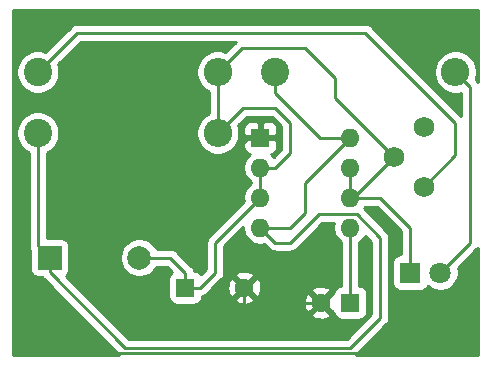
<source format=gbl>
G04 #@! TF.GenerationSoftware,KiCad,Pcbnew,5.1.5+dfsg1-2build2*
G04 #@! TF.CreationDate,2021-07-21T17:56:19+05:30*
G04 #@! TF.ProjectId,tank_full_indicator,74616e6b-5f66-4756-9c6c-5f696e646963,rev?*
G04 #@! TF.SameCoordinates,Original*
G04 #@! TF.FileFunction,Copper,L2,Bot*
G04 #@! TF.FilePolarity,Positive*
%FSLAX46Y46*%
G04 Gerber Fmt 4.6, Leading zero omitted, Abs format (unit mm)*
G04 Created by KiCad (PCBNEW 5.1.5+dfsg1-2build2) date 2021-07-21 17:56:19*
%MOMM*%
%LPD*%
G04 APERTURE LIST*
%ADD10R,1.800000X1.800000*%
%ADD11C,1.800000*%
%ADD12R,1.600000X1.600000*%
%ADD13O,1.600000X1.600000*%
%ADD14R,2.000000X2.000000*%
%ADD15C,2.000000*%
%ADD16C,1.600000*%
%ADD17C,2.400000*%
%ADD18O,2.400000X2.400000*%
%ADD19C,1.750000*%
%ADD20C,0.250000*%
%ADD21C,0.254000*%
G04 APERTURE END LIST*
D10*
X162560000Y-101600000D03*
D11*
X165100000Y-101600000D03*
D12*
X149860000Y-90170000D03*
D13*
X157480000Y-97790000D03*
X149860000Y-92710000D03*
X157480000Y-95250000D03*
X149860000Y-95250000D03*
X157480000Y-92710000D03*
X149860000Y-97790000D03*
X157480000Y-90170000D03*
D14*
X132015001Y-100330000D03*
D15*
X139615001Y-100330000D03*
D12*
X157480000Y-104140000D03*
D16*
X154980000Y-104140000D03*
D12*
X143510000Y-102870000D03*
D16*
X148510000Y-102870000D03*
D17*
X131015001Y-84625001D03*
D18*
X146255001Y-84625001D03*
X146255001Y-89775001D03*
D17*
X131015001Y-89775001D03*
X151130000Y-84625001D03*
D18*
X166370000Y-84625001D03*
D19*
X163705001Y-89245001D03*
X161165001Y-91785001D03*
X163705001Y-94325001D03*
D15*
X130810000Y-81280000D03*
X166370000Y-106680000D03*
D20*
X151130000Y-84625001D02*
X151130000Y-86360000D01*
X154940000Y-90170000D02*
X157480000Y-90170000D01*
X151130000Y-86360000D02*
X154940000Y-90170000D01*
X157480000Y-90170000D02*
X156210000Y-90170000D01*
X131015001Y-99330000D02*
X132015001Y-100330000D01*
X131015001Y-89775001D02*
X131015001Y-99330000D01*
X157480000Y-90170000D02*
X153670000Y-93980000D01*
X153670000Y-93980000D02*
X153670000Y-96520000D01*
X152400000Y-97790000D02*
X149860000Y-97790000D01*
X153670000Y-96520000D02*
X152400000Y-97790000D01*
X158020001Y-96664999D02*
X154795001Y-96664999D01*
X160020000Y-98664998D02*
X158020001Y-96664999D01*
X160020000Y-105410000D02*
X160020000Y-98664998D01*
X152400000Y-99060000D02*
X151130000Y-99060000D01*
X157480000Y-107950000D02*
X160020000Y-105410000D01*
X151130000Y-99060000D02*
X149860000Y-97790000D01*
X154795001Y-96664999D02*
X152400000Y-99060000D01*
X138385001Y-107950000D02*
X157480000Y-107950000D01*
X132015001Y-101580000D02*
X138385001Y-107950000D01*
X132015001Y-100330000D02*
X132015001Y-101580000D01*
X139615001Y-100330000D02*
X142240000Y-100330000D01*
X143510000Y-101600000D02*
X143510000Y-102870000D01*
X142240000Y-100330000D02*
X143510000Y-101600000D01*
X157480000Y-95250000D02*
X160020000Y-95250000D01*
X162560000Y-97790000D02*
X162560000Y-101600000D01*
X160020000Y-95250000D02*
X162560000Y-97790000D01*
X149860000Y-92710000D02*
X149860000Y-95250000D01*
X146255001Y-86322057D02*
X146255001Y-89775001D01*
X146255001Y-84625001D02*
X146255001Y-86322057D01*
X157480000Y-92710000D02*
X157480000Y-95250000D01*
X161165001Y-91785001D02*
X156210000Y-86830000D01*
X156210000Y-86830000D02*
X156210000Y-85090000D01*
X156210000Y-85090000D02*
X153670000Y-82550000D01*
X148330002Y-82550000D02*
X146255001Y-84625001D01*
X153670000Y-82550000D02*
X148330002Y-82550000D01*
X149860000Y-92710000D02*
X151130000Y-92710000D01*
X151130000Y-92710000D02*
X152400000Y-91440000D01*
X152400000Y-91440000D02*
X152400000Y-88900000D01*
X152400000Y-88900000D02*
X151130000Y-87630000D01*
X148400002Y-87630000D02*
X146255001Y-89775001D01*
X151130000Y-87630000D02*
X148400002Y-87630000D01*
X149860000Y-95250000D02*
X146050000Y-99060000D01*
X146050000Y-99060000D02*
X146050000Y-101600000D01*
X144780000Y-102870000D02*
X143510000Y-102870000D01*
X146050000Y-101600000D02*
X144780000Y-102870000D01*
X157700002Y-95250000D02*
X157480000Y-95250000D01*
X161165001Y-91785001D02*
X157700002Y-95250000D01*
X157480000Y-97790000D02*
X157480000Y-104140000D01*
X149780000Y-104140000D02*
X148510000Y-102870000D01*
X154980000Y-104140000D02*
X149780000Y-104140000D01*
X148510000Y-104220000D02*
X148510000Y-102870000D01*
X146050000Y-106680000D02*
X148510000Y-104220000D01*
X139700000Y-106680000D02*
X146050000Y-106680000D01*
X134620000Y-101600000D02*
X139700000Y-106680000D01*
X134620000Y-99060000D02*
X134620000Y-101600000D01*
X141190000Y-97790000D02*
X135890000Y-97790000D01*
X135890000Y-97790000D02*
X134620000Y-99060000D01*
X148810000Y-90170000D02*
X141190000Y-97790000D01*
X149860000Y-90170000D02*
X148810000Y-90170000D01*
X164649990Y-108400010D02*
X137610010Y-108400010D01*
X166370000Y-106680000D02*
X164649990Y-108400010D01*
X137610010Y-108400010D02*
X137160000Y-107950000D01*
X137160000Y-107950000D02*
X135890000Y-107950000D01*
X167640000Y-85895001D02*
X166370000Y-84625001D01*
X167640000Y-99060000D02*
X167640000Y-85895001D01*
X165100000Y-101600000D02*
X167640000Y-99060000D01*
X134360002Y-81280000D02*
X131015001Y-84625001D01*
X166370000Y-88900000D02*
X158750000Y-81280000D01*
X166370000Y-91660002D02*
X166370000Y-88900000D01*
X158750000Y-81280000D02*
X134360002Y-81280000D01*
X163705001Y-94325001D02*
X166370000Y-91660002D01*
D21*
G36*
X161800000Y-98104803D02*
G01*
X161800001Y-100061928D01*
X161660000Y-100061928D01*
X161535518Y-100074188D01*
X161415820Y-100110498D01*
X161305506Y-100169463D01*
X161208815Y-100248815D01*
X161129463Y-100345506D01*
X161070498Y-100455820D01*
X161034188Y-100575518D01*
X161021928Y-100700000D01*
X161021928Y-102500000D01*
X161034188Y-102624482D01*
X161070498Y-102744180D01*
X161129463Y-102854494D01*
X161208815Y-102951185D01*
X161305506Y-103030537D01*
X161415820Y-103089502D01*
X161535518Y-103125812D01*
X161660000Y-103138072D01*
X163460000Y-103138072D01*
X163584482Y-103125812D01*
X163704180Y-103089502D01*
X163814494Y-103030537D01*
X163911185Y-102951185D01*
X163990537Y-102854494D01*
X164049502Y-102744180D01*
X164055056Y-102725873D01*
X164121495Y-102792312D01*
X164372905Y-102960299D01*
X164652257Y-103076011D01*
X164948816Y-103135000D01*
X165251184Y-103135000D01*
X165547743Y-103076011D01*
X165827095Y-102960299D01*
X166078505Y-102792312D01*
X166292312Y-102578505D01*
X166460299Y-102327095D01*
X166576011Y-102047743D01*
X166635000Y-101751184D01*
X166635000Y-101448816D01*
X166583731Y-101191070D01*
X168151009Y-99623794D01*
X168180001Y-99600001D01*
X168203795Y-99571008D01*
X168203799Y-99571004D01*
X168250000Y-99514707D01*
X168250000Y-108560000D01*
X157934707Y-108560000D01*
X158020001Y-108490001D01*
X158043804Y-108460997D01*
X160531009Y-105973794D01*
X160560001Y-105950001D01*
X160583795Y-105921008D01*
X160583799Y-105921004D01*
X160654973Y-105834277D01*
X160654974Y-105834276D01*
X160725546Y-105702247D01*
X160769003Y-105558986D01*
X160780000Y-105447333D01*
X160780000Y-105447324D01*
X160783676Y-105410001D01*
X160780000Y-105372678D01*
X160780000Y-98702323D01*
X160783676Y-98664998D01*
X160780000Y-98627673D01*
X160780000Y-98627665D01*
X160769003Y-98516012D01*
X160725546Y-98372751D01*
X160654974Y-98240722D01*
X160560001Y-98124997D01*
X160531003Y-98101199D01*
X158594600Y-96164796D01*
X158594637Y-96164759D01*
X158698043Y-96010000D01*
X159705199Y-96010000D01*
X161800000Y-98104803D01*
G37*
X161800000Y-98104803D02*
X161800001Y-100061928D01*
X161660000Y-100061928D01*
X161535518Y-100074188D01*
X161415820Y-100110498D01*
X161305506Y-100169463D01*
X161208815Y-100248815D01*
X161129463Y-100345506D01*
X161070498Y-100455820D01*
X161034188Y-100575518D01*
X161021928Y-100700000D01*
X161021928Y-102500000D01*
X161034188Y-102624482D01*
X161070498Y-102744180D01*
X161129463Y-102854494D01*
X161208815Y-102951185D01*
X161305506Y-103030537D01*
X161415820Y-103089502D01*
X161535518Y-103125812D01*
X161660000Y-103138072D01*
X163460000Y-103138072D01*
X163584482Y-103125812D01*
X163704180Y-103089502D01*
X163814494Y-103030537D01*
X163911185Y-102951185D01*
X163990537Y-102854494D01*
X164049502Y-102744180D01*
X164055056Y-102725873D01*
X164121495Y-102792312D01*
X164372905Y-102960299D01*
X164652257Y-103076011D01*
X164948816Y-103135000D01*
X165251184Y-103135000D01*
X165547743Y-103076011D01*
X165827095Y-102960299D01*
X166078505Y-102792312D01*
X166292312Y-102578505D01*
X166460299Y-102327095D01*
X166576011Y-102047743D01*
X166635000Y-101751184D01*
X166635000Y-101448816D01*
X166583731Y-101191070D01*
X168151009Y-99623794D01*
X168180001Y-99600001D01*
X168203795Y-99571008D01*
X168203799Y-99571004D01*
X168250000Y-99514707D01*
X168250000Y-108560000D01*
X157934707Y-108560000D01*
X158020001Y-108490001D01*
X158043804Y-108460997D01*
X160531009Y-105973794D01*
X160560001Y-105950001D01*
X160583795Y-105921008D01*
X160583799Y-105921004D01*
X160654973Y-105834277D01*
X160654974Y-105834276D01*
X160725546Y-105702247D01*
X160769003Y-105558986D01*
X160780000Y-105447333D01*
X160780000Y-105447324D01*
X160783676Y-105410001D01*
X160780000Y-105372678D01*
X160780000Y-98702323D01*
X160783676Y-98664998D01*
X160780000Y-98627673D01*
X160780000Y-98627665D01*
X160769003Y-98516012D01*
X160725546Y-98372751D01*
X160654974Y-98240722D01*
X160560001Y-98124997D01*
X160531003Y-98101199D01*
X158594600Y-96164796D01*
X158594637Y-96164759D01*
X158698043Y-96010000D01*
X159705199Y-96010000D01*
X161800000Y-98104803D01*
G36*
X168250001Y-85440295D02*
G01*
X168180001Y-85355000D01*
X168151003Y-85331202D01*
X168089251Y-85269450D01*
X168134482Y-85160251D01*
X168205000Y-84805733D01*
X168205000Y-84444269D01*
X168134482Y-84089751D01*
X167996156Y-83755802D01*
X167795338Y-83455257D01*
X167539744Y-83199663D01*
X167239199Y-82998845D01*
X166905250Y-82860519D01*
X166550732Y-82790001D01*
X166189268Y-82790001D01*
X165834750Y-82860519D01*
X165500801Y-82998845D01*
X165200256Y-83199663D01*
X164944662Y-83455257D01*
X164743844Y-83755802D01*
X164605518Y-84089751D01*
X164535000Y-84444269D01*
X164535000Y-84805733D01*
X164605518Y-85160251D01*
X164743844Y-85494200D01*
X164944662Y-85794745D01*
X165200256Y-86050339D01*
X165500801Y-86251157D01*
X165834750Y-86389483D01*
X166189268Y-86460001D01*
X166550732Y-86460001D01*
X166880001Y-86394505D01*
X166880001Y-88335199D01*
X159313804Y-80769003D01*
X159290001Y-80739999D01*
X159174276Y-80645026D01*
X159042247Y-80574454D01*
X158898986Y-80530997D01*
X158787333Y-80520000D01*
X158787322Y-80520000D01*
X158750000Y-80516324D01*
X158712678Y-80520000D01*
X134397327Y-80520000D01*
X134360002Y-80516324D01*
X134322677Y-80520000D01*
X134322669Y-80520000D01*
X134211016Y-80530997D01*
X134067755Y-80574454D01*
X133935726Y-80645026D01*
X133820001Y-80739999D01*
X133796203Y-80768997D01*
X131659450Y-82905751D01*
X131550251Y-82860519D01*
X131195733Y-82790001D01*
X130834269Y-82790001D01*
X130479751Y-82860519D01*
X130145802Y-82998845D01*
X129845257Y-83199663D01*
X129589663Y-83455257D01*
X129388845Y-83755802D01*
X129250519Y-84089751D01*
X129180001Y-84444269D01*
X129180001Y-84805733D01*
X129250519Y-85160251D01*
X129388845Y-85494200D01*
X129589663Y-85794745D01*
X129845257Y-86050339D01*
X130145802Y-86251157D01*
X130479751Y-86389483D01*
X130834269Y-86460001D01*
X131195733Y-86460001D01*
X131550251Y-86389483D01*
X131884200Y-86251157D01*
X132184745Y-86050339D01*
X132440339Y-85794745D01*
X132641157Y-85494200D01*
X132779483Y-85160251D01*
X132850001Y-84805733D01*
X132850001Y-84444269D01*
X132779483Y-84089751D01*
X132734251Y-83980552D01*
X134674804Y-82040000D01*
X147765200Y-82040000D01*
X146899450Y-82905751D01*
X146790251Y-82860519D01*
X146435733Y-82790001D01*
X146074269Y-82790001D01*
X145719751Y-82860519D01*
X145385802Y-82998845D01*
X145085257Y-83199663D01*
X144829663Y-83455257D01*
X144628845Y-83755802D01*
X144490519Y-84089751D01*
X144420001Y-84444269D01*
X144420001Y-84805733D01*
X144490519Y-85160251D01*
X144628845Y-85494200D01*
X144829663Y-85794745D01*
X145085257Y-86050339D01*
X145385802Y-86251157D01*
X145495001Y-86296389D01*
X145495002Y-88103613D01*
X145385802Y-88148845D01*
X145085257Y-88349663D01*
X144829663Y-88605257D01*
X144628845Y-88905802D01*
X144490519Y-89239751D01*
X144420001Y-89594269D01*
X144420001Y-89955733D01*
X144490519Y-90310251D01*
X144628845Y-90644200D01*
X144829663Y-90944745D01*
X145085257Y-91200339D01*
X145385802Y-91401157D01*
X145719751Y-91539483D01*
X146074269Y-91610001D01*
X146435733Y-91610001D01*
X146790251Y-91539483D01*
X147124200Y-91401157D01*
X147424745Y-91200339D01*
X147680339Y-90944745D01*
X147881157Y-90644200D01*
X148019483Y-90310251D01*
X148090001Y-89955733D01*
X148090001Y-89594269D01*
X148045392Y-89370000D01*
X148421928Y-89370000D01*
X148425000Y-89884250D01*
X148583750Y-90043000D01*
X149733000Y-90043000D01*
X149733000Y-88893750D01*
X149987000Y-88893750D01*
X149987000Y-90043000D01*
X151136250Y-90043000D01*
X151295000Y-89884250D01*
X151298072Y-89370000D01*
X151285812Y-89245518D01*
X151249502Y-89125820D01*
X151190537Y-89015506D01*
X151111185Y-88918815D01*
X151014494Y-88839463D01*
X150904180Y-88780498D01*
X150784482Y-88744188D01*
X150660000Y-88731928D01*
X150145750Y-88735000D01*
X149987000Y-88893750D01*
X149733000Y-88893750D01*
X149574250Y-88735000D01*
X149060000Y-88731928D01*
X148935518Y-88744188D01*
X148815820Y-88780498D01*
X148705506Y-88839463D01*
X148608815Y-88918815D01*
X148529463Y-89015506D01*
X148470498Y-89125820D01*
X148434188Y-89245518D01*
X148421928Y-89370000D01*
X148045392Y-89370000D01*
X148019483Y-89239751D01*
X147974251Y-89130552D01*
X148714804Y-88390000D01*
X150815199Y-88390000D01*
X151640001Y-89214803D01*
X151640000Y-91125198D01*
X150972297Y-91792901D01*
X150776039Y-91596643D01*
X150784482Y-91595812D01*
X150904180Y-91559502D01*
X151014494Y-91500537D01*
X151111185Y-91421185D01*
X151190537Y-91324494D01*
X151249502Y-91214180D01*
X151285812Y-91094482D01*
X151298072Y-90970000D01*
X151295000Y-90455750D01*
X151136250Y-90297000D01*
X149987000Y-90297000D01*
X149987000Y-90317000D01*
X149733000Y-90317000D01*
X149733000Y-90297000D01*
X148583750Y-90297000D01*
X148425000Y-90455750D01*
X148421928Y-90970000D01*
X148434188Y-91094482D01*
X148470498Y-91214180D01*
X148529463Y-91324494D01*
X148608815Y-91421185D01*
X148705506Y-91500537D01*
X148815820Y-91559502D01*
X148935518Y-91595812D01*
X148943961Y-91596643D01*
X148745363Y-91795241D01*
X148588320Y-92030273D01*
X148480147Y-92291426D01*
X148425000Y-92568665D01*
X148425000Y-92851335D01*
X148480147Y-93128574D01*
X148588320Y-93389727D01*
X148745363Y-93624759D01*
X148945241Y-93824637D01*
X149100000Y-93928044D01*
X149100001Y-94031956D01*
X148945241Y-94135363D01*
X148745363Y-94335241D01*
X148588320Y-94570273D01*
X148480147Y-94831426D01*
X148425000Y-95108665D01*
X148425000Y-95391335D01*
X148461312Y-95573886D01*
X145539003Y-98496196D01*
X145509999Y-98519999D01*
X145459939Y-98580998D01*
X145415026Y-98635724D01*
X145399379Y-98664998D01*
X145344454Y-98767754D01*
X145300997Y-98911015D01*
X145290000Y-99022668D01*
X145290000Y-99022678D01*
X145286324Y-99060000D01*
X145290000Y-99097323D01*
X145290001Y-101285197D01*
X144847209Y-101727989D01*
X144840537Y-101715506D01*
X144761185Y-101618815D01*
X144664494Y-101539463D01*
X144554180Y-101480498D01*
X144434482Y-101444188D01*
X144310000Y-101431928D01*
X144253213Y-101431928D01*
X144215546Y-101307753D01*
X144144974Y-101175724D01*
X144050001Y-101059999D01*
X144021003Y-101036201D01*
X142803804Y-99819003D01*
X142780001Y-99789999D01*
X142664276Y-99695026D01*
X142532247Y-99624454D01*
X142388986Y-99580997D01*
X142277333Y-99570000D01*
X142277322Y-99570000D01*
X142240000Y-99566324D01*
X142202678Y-99570000D01*
X141069910Y-99570000D01*
X141063919Y-99555537D01*
X140884988Y-99287748D01*
X140657253Y-99060013D01*
X140389464Y-98881082D01*
X140091913Y-98757832D01*
X139776034Y-98695000D01*
X139453968Y-98695000D01*
X139138089Y-98757832D01*
X138840538Y-98881082D01*
X138572749Y-99060013D01*
X138345014Y-99287748D01*
X138166083Y-99555537D01*
X138042833Y-99853088D01*
X137980001Y-100168967D01*
X137980001Y-100491033D01*
X138042833Y-100806912D01*
X138166083Y-101104463D01*
X138345014Y-101372252D01*
X138572749Y-101599987D01*
X138840538Y-101778918D01*
X139138089Y-101902168D01*
X139453968Y-101965000D01*
X139776034Y-101965000D01*
X140091913Y-101902168D01*
X140389464Y-101778918D01*
X140657253Y-101599987D01*
X140884988Y-101372252D01*
X141063919Y-101104463D01*
X141069910Y-101090000D01*
X141925199Y-101090000D01*
X142367989Y-101532791D01*
X142355506Y-101539463D01*
X142258815Y-101618815D01*
X142179463Y-101715506D01*
X142120498Y-101825820D01*
X142084188Y-101945518D01*
X142071928Y-102070000D01*
X142071928Y-103670000D01*
X142084188Y-103794482D01*
X142120498Y-103914180D01*
X142179463Y-104024494D01*
X142258815Y-104121185D01*
X142355506Y-104200537D01*
X142465820Y-104259502D01*
X142585518Y-104295812D01*
X142710000Y-104308072D01*
X144310000Y-104308072D01*
X144434482Y-104295812D01*
X144554180Y-104259502D01*
X144664494Y-104200537D01*
X144761185Y-104121185D01*
X144840537Y-104024494D01*
X144899502Y-103914180D01*
X144915117Y-103862702D01*
X147696903Y-103862702D01*
X147768486Y-104106671D01*
X148023996Y-104227571D01*
X148298184Y-104296300D01*
X148580512Y-104310217D01*
X148860130Y-104268787D01*
X149023083Y-104210512D01*
X153539783Y-104210512D01*
X153581213Y-104490130D01*
X153676397Y-104756292D01*
X153743329Y-104881514D01*
X153987298Y-104953097D01*
X154800395Y-104140000D01*
X153987298Y-103326903D01*
X153743329Y-103398486D01*
X153622429Y-103653996D01*
X153553700Y-103928184D01*
X153539783Y-104210512D01*
X149023083Y-104210512D01*
X149126292Y-104173603D01*
X149251514Y-104106671D01*
X149323097Y-103862702D01*
X148510000Y-103049605D01*
X147696903Y-103862702D01*
X144915117Y-103862702D01*
X144935812Y-103794482D01*
X144948072Y-103670000D01*
X144948072Y-103613213D01*
X145072247Y-103575546D01*
X145204276Y-103504974D01*
X145320001Y-103410001D01*
X145343804Y-103380997D01*
X145784289Y-102940512D01*
X147069783Y-102940512D01*
X147111213Y-103220130D01*
X147206397Y-103486292D01*
X147273329Y-103611514D01*
X147517298Y-103683097D01*
X148330395Y-102870000D01*
X148689605Y-102870000D01*
X149502702Y-103683097D01*
X149746671Y-103611514D01*
X149867571Y-103356004D01*
X149919886Y-103147298D01*
X154166903Y-103147298D01*
X154980000Y-103960395D01*
X155793097Y-103147298D01*
X155721514Y-102903329D01*
X155466004Y-102782429D01*
X155191816Y-102713700D01*
X154909488Y-102699783D01*
X154629870Y-102741213D01*
X154363708Y-102836397D01*
X154238486Y-102903329D01*
X154166903Y-103147298D01*
X149919886Y-103147298D01*
X149936300Y-103081816D01*
X149950217Y-102799488D01*
X149908787Y-102519870D01*
X149813603Y-102253708D01*
X149746671Y-102128486D01*
X149502702Y-102056903D01*
X148689605Y-102870000D01*
X148330395Y-102870000D01*
X147517298Y-102056903D01*
X147273329Y-102128486D01*
X147152429Y-102383996D01*
X147083700Y-102658184D01*
X147069783Y-102940512D01*
X145784289Y-102940512D01*
X146561003Y-102163799D01*
X146590001Y-102140001D01*
X146684974Y-102024276D01*
X146755546Y-101892247D01*
X146760080Y-101877298D01*
X147696903Y-101877298D01*
X148510000Y-102690395D01*
X149323097Y-101877298D01*
X149251514Y-101633329D01*
X148996004Y-101512429D01*
X148721816Y-101443700D01*
X148439488Y-101429783D01*
X148159870Y-101471213D01*
X147893708Y-101566397D01*
X147768486Y-101633329D01*
X147696903Y-101877298D01*
X146760080Y-101877298D01*
X146799003Y-101748986D01*
X146810000Y-101637333D01*
X146810000Y-101637324D01*
X146813676Y-101600001D01*
X146810000Y-101562678D01*
X146810000Y-99374801D01*
X148425000Y-97759801D01*
X148425000Y-97931335D01*
X148480147Y-98208574D01*
X148588320Y-98469727D01*
X148745363Y-98704759D01*
X148945241Y-98904637D01*
X149180273Y-99061680D01*
X149441426Y-99169853D01*
X149718665Y-99225000D01*
X150001335Y-99225000D01*
X150183886Y-99188688D01*
X150566201Y-99571003D01*
X150589999Y-99600001D01*
X150705724Y-99694974D01*
X150837753Y-99765546D01*
X150981014Y-99809003D01*
X151092667Y-99820000D01*
X151092676Y-99820000D01*
X151129999Y-99823676D01*
X151167322Y-99820000D01*
X152362678Y-99820000D01*
X152400000Y-99823676D01*
X152437322Y-99820000D01*
X152437333Y-99820000D01*
X152548986Y-99809003D01*
X152692247Y-99765546D01*
X152824276Y-99694974D01*
X152940001Y-99600001D01*
X152963804Y-99570997D01*
X155109803Y-97424999D01*
X156089491Y-97424999D01*
X156045000Y-97648665D01*
X156045000Y-97931335D01*
X156100147Y-98208574D01*
X156208320Y-98469727D01*
X156365363Y-98704759D01*
X156565241Y-98904637D01*
X156720000Y-99008044D01*
X156720001Y-102701928D01*
X156680000Y-102701928D01*
X156555518Y-102714188D01*
X156435820Y-102750498D01*
X156325506Y-102809463D01*
X156228815Y-102888815D01*
X156149463Y-102985506D01*
X156090498Y-103095820D01*
X156054188Y-103215518D01*
X156041928Y-103340000D01*
X156041928Y-103347215D01*
X155972702Y-103326903D01*
X155159605Y-104140000D01*
X155972702Y-104953097D01*
X156041928Y-104932785D01*
X156041928Y-104940000D01*
X156054188Y-105064482D01*
X156090498Y-105184180D01*
X156149463Y-105294494D01*
X156228815Y-105391185D01*
X156325506Y-105470537D01*
X156435820Y-105529502D01*
X156555518Y-105565812D01*
X156680000Y-105578072D01*
X158280000Y-105578072D01*
X158404482Y-105565812D01*
X158524180Y-105529502D01*
X158634494Y-105470537D01*
X158731185Y-105391185D01*
X158810537Y-105294494D01*
X158869502Y-105184180D01*
X158905812Y-105064482D01*
X158918072Y-104940000D01*
X158918072Y-103340000D01*
X158905812Y-103215518D01*
X158869502Y-103095820D01*
X158810537Y-102985506D01*
X158731185Y-102888815D01*
X158634494Y-102809463D01*
X158524180Y-102750498D01*
X158404482Y-102714188D01*
X158280000Y-102701928D01*
X158240000Y-102701928D01*
X158240000Y-99008043D01*
X158394759Y-98904637D01*
X158594637Y-98704759D01*
X158750978Y-98470778D01*
X159260001Y-98979801D01*
X159260000Y-105095197D01*
X157165199Y-107190000D01*
X138699804Y-107190000D01*
X136642506Y-105132702D01*
X154166903Y-105132702D01*
X154238486Y-105376671D01*
X154493996Y-105497571D01*
X154768184Y-105566300D01*
X155050512Y-105580217D01*
X155330130Y-105538787D01*
X155596292Y-105443603D01*
X155721514Y-105376671D01*
X155793097Y-105132702D01*
X154980000Y-104319605D01*
X154166903Y-105132702D01*
X136642506Y-105132702D01*
X133369959Y-101860156D01*
X133466186Y-101781185D01*
X133545538Y-101684494D01*
X133604503Y-101574180D01*
X133640813Y-101454482D01*
X133653073Y-101330000D01*
X133653073Y-99330000D01*
X133640813Y-99205518D01*
X133604503Y-99085820D01*
X133545538Y-98975506D01*
X133466186Y-98878815D01*
X133369495Y-98799463D01*
X133259181Y-98740498D01*
X133139483Y-98704188D01*
X133015001Y-98691928D01*
X131775001Y-98691928D01*
X131775001Y-91446389D01*
X131884200Y-91401157D01*
X132184745Y-91200339D01*
X132440339Y-90944745D01*
X132641157Y-90644200D01*
X132779483Y-90310251D01*
X132850001Y-89955733D01*
X132850001Y-89594269D01*
X132779483Y-89239751D01*
X132641157Y-88905802D01*
X132440339Y-88605257D01*
X132184745Y-88349663D01*
X131884200Y-88148845D01*
X131550251Y-88010519D01*
X131195733Y-87940001D01*
X130834269Y-87940001D01*
X130479751Y-88010519D01*
X130145802Y-88148845D01*
X129845257Y-88349663D01*
X129589663Y-88605257D01*
X129388845Y-88905802D01*
X129250519Y-89239751D01*
X129180001Y-89594269D01*
X129180001Y-89955733D01*
X129250519Y-90310251D01*
X129388845Y-90644200D01*
X129589663Y-90944745D01*
X129845257Y-91200339D01*
X130145802Y-91401157D01*
X130255001Y-91446389D01*
X130255002Y-99292668D01*
X130251325Y-99330000D01*
X130255002Y-99367333D01*
X130265999Y-99478986D01*
X130267604Y-99484276D01*
X130309455Y-99622246D01*
X130376929Y-99748480D01*
X130376929Y-101330000D01*
X130389189Y-101454482D01*
X130425499Y-101574180D01*
X130484464Y-101684494D01*
X130563816Y-101781185D01*
X130660507Y-101860537D01*
X130770821Y-101919502D01*
X130890519Y-101955812D01*
X131015001Y-101968072D01*
X131360675Y-101968072D01*
X131380027Y-102004276D01*
X131433966Y-102070000D01*
X131475001Y-102120001D01*
X131503999Y-102143799D01*
X137821206Y-108461008D01*
X137845000Y-108490001D01*
X137873993Y-108513795D01*
X137873997Y-108513799D01*
X137930294Y-108560000D01*
X128930000Y-108560000D01*
X128930000Y-79400000D01*
X168250001Y-79400000D01*
X168250001Y-85440295D01*
G37*
X168250001Y-85440295D02*
X168180001Y-85355000D01*
X168151003Y-85331202D01*
X168089251Y-85269450D01*
X168134482Y-85160251D01*
X168205000Y-84805733D01*
X168205000Y-84444269D01*
X168134482Y-84089751D01*
X167996156Y-83755802D01*
X167795338Y-83455257D01*
X167539744Y-83199663D01*
X167239199Y-82998845D01*
X166905250Y-82860519D01*
X166550732Y-82790001D01*
X166189268Y-82790001D01*
X165834750Y-82860519D01*
X165500801Y-82998845D01*
X165200256Y-83199663D01*
X164944662Y-83455257D01*
X164743844Y-83755802D01*
X164605518Y-84089751D01*
X164535000Y-84444269D01*
X164535000Y-84805733D01*
X164605518Y-85160251D01*
X164743844Y-85494200D01*
X164944662Y-85794745D01*
X165200256Y-86050339D01*
X165500801Y-86251157D01*
X165834750Y-86389483D01*
X166189268Y-86460001D01*
X166550732Y-86460001D01*
X166880001Y-86394505D01*
X166880001Y-88335199D01*
X159313804Y-80769003D01*
X159290001Y-80739999D01*
X159174276Y-80645026D01*
X159042247Y-80574454D01*
X158898986Y-80530997D01*
X158787333Y-80520000D01*
X158787322Y-80520000D01*
X158750000Y-80516324D01*
X158712678Y-80520000D01*
X134397327Y-80520000D01*
X134360002Y-80516324D01*
X134322677Y-80520000D01*
X134322669Y-80520000D01*
X134211016Y-80530997D01*
X134067755Y-80574454D01*
X133935726Y-80645026D01*
X133820001Y-80739999D01*
X133796203Y-80768997D01*
X131659450Y-82905751D01*
X131550251Y-82860519D01*
X131195733Y-82790001D01*
X130834269Y-82790001D01*
X130479751Y-82860519D01*
X130145802Y-82998845D01*
X129845257Y-83199663D01*
X129589663Y-83455257D01*
X129388845Y-83755802D01*
X129250519Y-84089751D01*
X129180001Y-84444269D01*
X129180001Y-84805733D01*
X129250519Y-85160251D01*
X129388845Y-85494200D01*
X129589663Y-85794745D01*
X129845257Y-86050339D01*
X130145802Y-86251157D01*
X130479751Y-86389483D01*
X130834269Y-86460001D01*
X131195733Y-86460001D01*
X131550251Y-86389483D01*
X131884200Y-86251157D01*
X132184745Y-86050339D01*
X132440339Y-85794745D01*
X132641157Y-85494200D01*
X132779483Y-85160251D01*
X132850001Y-84805733D01*
X132850001Y-84444269D01*
X132779483Y-84089751D01*
X132734251Y-83980552D01*
X134674804Y-82040000D01*
X147765200Y-82040000D01*
X146899450Y-82905751D01*
X146790251Y-82860519D01*
X146435733Y-82790001D01*
X146074269Y-82790001D01*
X145719751Y-82860519D01*
X145385802Y-82998845D01*
X145085257Y-83199663D01*
X144829663Y-83455257D01*
X144628845Y-83755802D01*
X144490519Y-84089751D01*
X144420001Y-84444269D01*
X144420001Y-84805733D01*
X144490519Y-85160251D01*
X144628845Y-85494200D01*
X144829663Y-85794745D01*
X145085257Y-86050339D01*
X145385802Y-86251157D01*
X145495001Y-86296389D01*
X145495002Y-88103613D01*
X145385802Y-88148845D01*
X145085257Y-88349663D01*
X144829663Y-88605257D01*
X144628845Y-88905802D01*
X144490519Y-89239751D01*
X144420001Y-89594269D01*
X144420001Y-89955733D01*
X144490519Y-90310251D01*
X144628845Y-90644200D01*
X144829663Y-90944745D01*
X145085257Y-91200339D01*
X145385802Y-91401157D01*
X145719751Y-91539483D01*
X146074269Y-91610001D01*
X146435733Y-91610001D01*
X146790251Y-91539483D01*
X147124200Y-91401157D01*
X147424745Y-91200339D01*
X147680339Y-90944745D01*
X147881157Y-90644200D01*
X148019483Y-90310251D01*
X148090001Y-89955733D01*
X148090001Y-89594269D01*
X148045392Y-89370000D01*
X148421928Y-89370000D01*
X148425000Y-89884250D01*
X148583750Y-90043000D01*
X149733000Y-90043000D01*
X149733000Y-88893750D01*
X149987000Y-88893750D01*
X149987000Y-90043000D01*
X151136250Y-90043000D01*
X151295000Y-89884250D01*
X151298072Y-89370000D01*
X151285812Y-89245518D01*
X151249502Y-89125820D01*
X151190537Y-89015506D01*
X151111185Y-88918815D01*
X151014494Y-88839463D01*
X150904180Y-88780498D01*
X150784482Y-88744188D01*
X150660000Y-88731928D01*
X150145750Y-88735000D01*
X149987000Y-88893750D01*
X149733000Y-88893750D01*
X149574250Y-88735000D01*
X149060000Y-88731928D01*
X148935518Y-88744188D01*
X148815820Y-88780498D01*
X148705506Y-88839463D01*
X148608815Y-88918815D01*
X148529463Y-89015506D01*
X148470498Y-89125820D01*
X148434188Y-89245518D01*
X148421928Y-89370000D01*
X148045392Y-89370000D01*
X148019483Y-89239751D01*
X147974251Y-89130552D01*
X148714804Y-88390000D01*
X150815199Y-88390000D01*
X151640001Y-89214803D01*
X151640000Y-91125198D01*
X150972297Y-91792901D01*
X150776039Y-91596643D01*
X150784482Y-91595812D01*
X150904180Y-91559502D01*
X151014494Y-91500537D01*
X151111185Y-91421185D01*
X151190537Y-91324494D01*
X151249502Y-91214180D01*
X151285812Y-91094482D01*
X151298072Y-90970000D01*
X151295000Y-90455750D01*
X151136250Y-90297000D01*
X149987000Y-90297000D01*
X149987000Y-90317000D01*
X149733000Y-90317000D01*
X149733000Y-90297000D01*
X148583750Y-90297000D01*
X148425000Y-90455750D01*
X148421928Y-90970000D01*
X148434188Y-91094482D01*
X148470498Y-91214180D01*
X148529463Y-91324494D01*
X148608815Y-91421185D01*
X148705506Y-91500537D01*
X148815820Y-91559502D01*
X148935518Y-91595812D01*
X148943961Y-91596643D01*
X148745363Y-91795241D01*
X148588320Y-92030273D01*
X148480147Y-92291426D01*
X148425000Y-92568665D01*
X148425000Y-92851335D01*
X148480147Y-93128574D01*
X148588320Y-93389727D01*
X148745363Y-93624759D01*
X148945241Y-93824637D01*
X149100000Y-93928044D01*
X149100001Y-94031956D01*
X148945241Y-94135363D01*
X148745363Y-94335241D01*
X148588320Y-94570273D01*
X148480147Y-94831426D01*
X148425000Y-95108665D01*
X148425000Y-95391335D01*
X148461312Y-95573886D01*
X145539003Y-98496196D01*
X145509999Y-98519999D01*
X145459939Y-98580998D01*
X145415026Y-98635724D01*
X145399379Y-98664998D01*
X145344454Y-98767754D01*
X145300997Y-98911015D01*
X145290000Y-99022668D01*
X145290000Y-99022678D01*
X145286324Y-99060000D01*
X145290000Y-99097323D01*
X145290001Y-101285197D01*
X144847209Y-101727989D01*
X144840537Y-101715506D01*
X144761185Y-101618815D01*
X144664494Y-101539463D01*
X144554180Y-101480498D01*
X144434482Y-101444188D01*
X144310000Y-101431928D01*
X144253213Y-101431928D01*
X144215546Y-101307753D01*
X144144974Y-101175724D01*
X144050001Y-101059999D01*
X144021003Y-101036201D01*
X142803804Y-99819003D01*
X142780001Y-99789999D01*
X142664276Y-99695026D01*
X142532247Y-99624454D01*
X142388986Y-99580997D01*
X142277333Y-99570000D01*
X142277322Y-99570000D01*
X142240000Y-99566324D01*
X142202678Y-99570000D01*
X141069910Y-99570000D01*
X141063919Y-99555537D01*
X140884988Y-99287748D01*
X140657253Y-99060013D01*
X140389464Y-98881082D01*
X140091913Y-98757832D01*
X139776034Y-98695000D01*
X139453968Y-98695000D01*
X139138089Y-98757832D01*
X138840538Y-98881082D01*
X138572749Y-99060013D01*
X138345014Y-99287748D01*
X138166083Y-99555537D01*
X138042833Y-99853088D01*
X137980001Y-100168967D01*
X137980001Y-100491033D01*
X138042833Y-100806912D01*
X138166083Y-101104463D01*
X138345014Y-101372252D01*
X138572749Y-101599987D01*
X138840538Y-101778918D01*
X139138089Y-101902168D01*
X139453968Y-101965000D01*
X139776034Y-101965000D01*
X140091913Y-101902168D01*
X140389464Y-101778918D01*
X140657253Y-101599987D01*
X140884988Y-101372252D01*
X141063919Y-101104463D01*
X141069910Y-101090000D01*
X141925199Y-101090000D01*
X142367989Y-101532791D01*
X142355506Y-101539463D01*
X142258815Y-101618815D01*
X142179463Y-101715506D01*
X142120498Y-101825820D01*
X142084188Y-101945518D01*
X142071928Y-102070000D01*
X142071928Y-103670000D01*
X142084188Y-103794482D01*
X142120498Y-103914180D01*
X142179463Y-104024494D01*
X142258815Y-104121185D01*
X142355506Y-104200537D01*
X142465820Y-104259502D01*
X142585518Y-104295812D01*
X142710000Y-104308072D01*
X144310000Y-104308072D01*
X144434482Y-104295812D01*
X144554180Y-104259502D01*
X144664494Y-104200537D01*
X144761185Y-104121185D01*
X144840537Y-104024494D01*
X144899502Y-103914180D01*
X144915117Y-103862702D01*
X147696903Y-103862702D01*
X147768486Y-104106671D01*
X148023996Y-104227571D01*
X148298184Y-104296300D01*
X148580512Y-104310217D01*
X148860130Y-104268787D01*
X149023083Y-104210512D01*
X153539783Y-104210512D01*
X153581213Y-104490130D01*
X153676397Y-104756292D01*
X153743329Y-104881514D01*
X153987298Y-104953097D01*
X154800395Y-104140000D01*
X153987298Y-103326903D01*
X153743329Y-103398486D01*
X153622429Y-103653996D01*
X153553700Y-103928184D01*
X153539783Y-104210512D01*
X149023083Y-104210512D01*
X149126292Y-104173603D01*
X149251514Y-104106671D01*
X149323097Y-103862702D01*
X148510000Y-103049605D01*
X147696903Y-103862702D01*
X144915117Y-103862702D01*
X144935812Y-103794482D01*
X144948072Y-103670000D01*
X144948072Y-103613213D01*
X145072247Y-103575546D01*
X145204276Y-103504974D01*
X145320001Y-103410001D01*
X145343804Y-103380997D01*
X145784289Y-102940512D01*
X147069783Y-102940512D01*
X147111213Y-103220130D01*
X147206397Y-103486292D01*
X147273329Y-103611514D01*
X147517298Y-103683097D01*
X148330395Y-102870000D01*
X148689605Y-102870000D01*
X149502702Y-103683097D01*
X149746671Y-103611514D01*
X149867571Y-103356004D01*
X149919886Y-103147298D01*
X154166903Y-103147298D01*
X154980000Y-103960395D01*
X155793097Y-103147298D01*
X155721514Y-102903329D01*
X155466004Y-102782429D01*
X155191816Y-102713700D01*
X154909488Y-102699783D01*
X154629870Y-102741213D01*
X154363708Y-102836397D01*
X154238486Y-102903329D01*
X154166903Y-103147298D01*
X149919886Y-103147298D01*
X149936300Y-103081816D01*
X149950217Y-102799488D01*
X149908787Y-102519870D01*
X149813603Y-102253708D01*
X149746671Y-102128486D01*
X149502702Y-102056903D01*
X148689605Y-102870000D01*
X148330395Y-102870000D01*
X147517298Y-102056903D01*
X147273329Y-102128486D01*
X147152429Y-102383996D01*
X147083700Y-102658184D01*
X147069783Y-102940512D01*
X145784289Y-102940512D01*
X146561003Y-102163799D01*
X146590001Y-102140001D01*
X146684974Y-102024276D01*
X146755546Y-101892247D01*
X146760080Y-101877298D01*
X147696903Y-101877298D01*
X148510000Y-102690395D01*
X149323097Y-101877298D01*
X149251514Y-101633329D01*
X148996004Y-101512429D01*
X148721816Y-101443700D01*
X148439488Y-101429783D01*
X148159870Y-101471213D01*
X147893708Y-101566397D01*
X147768486Y-101633329D01*
X147696903Y-101877298D01*
X146760080Y-101877298D01*
X146799003Y-101748986D01*
X146810000Y-101637333D01*
X146810000Y-101637324D01*
X146813676Y-101600001D01*
X146810000Y-101562678D01*
X146810000Y-99374801D01*
X148425000Y-97759801D01*
X148425000Y-97931335D01*
X148480147Y-98208574D01*
X148588320Y-98469727D01*
X148745363Y-98704759D01*
X148945241Y-98904637D01*
X149180273Y-99061680D01*
X149441426Y-99169853D01*
X149718665Y-99225000D01*
X150001335Y-99225000D01*
X150183886Y-99188688D01*
X150566201Y-99571003D01*
X150589999Y-99600001D01*
X150705724Y-99694974D01*
X150837753Y-99765546D01*
X150981014Y-99809003D01*
X151092667Y-99820000D01*
X151092676Y-99820000D01*
X151129999Y-99823676D01*
X151167322Y-99820000D01*
X152362678Y-99820000D01*
X152400000Y-99823676D01*
X152437322Y-99820000D01*
X152437333Y-99820000D01*
X152548986Y-99809003D01*
X152692247Y-99765546D01*
X152824276Y-99694974D01*
X152940001Y-99600001D01*
X152963804Y-99570997D01*
X155109803Y-97424999D01*
X156089491Y-97424999D01*
X156045000Y-97648665D01*
X156045000Y-97931335D01*
X156100147Y-98208574D01*
X156208320Y-98469727D01*
X156365363Y-98704759D01*
X156565241Y-98904637D01*
X156720000Y-99008044D01*
X156720001Y-102701928D01*
X156680000Y-102701928D01*
X156555518Y-102714188D01*
X156435820Y-102750498D01*
X156325506Y-102809463D01*
X156228815Y-102888815D01*
X156149463Y-102985506D01*
X156090498Y-103095820D01*
X156054188Y-103215518D01*
X156041928Y-103340000D01*
X156041928Y-103347215D01*
X155972702Y-103326903D01*
X155159605Y-104140000D01*
X155972702Y-104953097D01*
X156041928Y-104932785D01*
X156041928Y-104940000D01*
X156054188Y-105064482D01*
X156090498Y-105184180D01*
X156149463Y-105294494D01*
X156228815Y-105391185D01*
X156325506Y-105470537D01*
X156435820Y-105529502D01*
X156555518Y-105565812D01*
X156680000Y-105578072D01*
X158280000Y-105578072D01*
X158404482Y-105565812D01*
X158524180Y-105529502D01*
X158634494Y-105470537D01*
X158731185Y-105391185D01*
X158810537Y-105294494D01*
X158869502Y-105184180D01*
X158905812Y-105064482D01*
X158918072Y-104940000D01*
X158918072Y-103340000D01*
X158905812Y-103215518D01*
X158869502Y-103095820D01*
X158810537Y-102985506D01*
X158731185Y-102888815D01*
X158634494Y-102809463D01*
X158524180Y-102750498D01*
X158404482Y-102714188D01*
X158280000Y-102701928D01*
X158240000Y-102701928D01*
X158240000Y-99008043D01*
X158394759Y-98904637D01*
X158594637Y-98704759D01*
X158750978Y-98470778D01*
X159260001Y-98979801D01*
X159260000Y-105095197D01*
X157165199Y-107190000D01*
X138699804Y-107190000D01*
X136642506Y-105132702D01*
X154166903Y-105132702D01*
X154238486Y-105376671D01*
X154493996Y-105497571D01*
X154768184Y-105566300D01*
X155050512Y-105580217D01*
X155330130Y-105538787D01*
X155596292Y-105443603D01*
X155721514Y-105376671D01*
X155793097Y-105132702D01*
X154980000Y-104319605D01*
X154166903Y-105132702D01*
X136642506Y-105132702D01*
X133369959Y-101860156D01*
X133466186Y-101781185D01*
X133545538Y-101684494D01*
X133604503Y-101574180D01*
X133640813Y-101454482D01*
X133653073Y-101330000D01*
X133653073Y-99330000D01*
X133640813Y-99205518D01*
X133604503Y-99085820D01*
X133545538Y-98975506D01*
X133466186Y-98878815D01*
X133369495Y-98799463D01*
X133259181Y-98740498D01*
X133139483Y-98704188D01*
X133015001Y-98691928D01*
X131775001Y-98691928D01*
X131775001Y-91446389D01*
X131884200Y-91401157D01*
X132184745Y-91200339D01*
X132440339Y-90944745D01*
X132641157Y-90644200D01*
X132779483Y-90310251D01*
X132850001Y-89955733D01*
X132850001Y-89594269D01*
X132779483Y-89239751D01*
X132641157Y-88905802D01*
X132440339Y-88605257D01*
X132184745Y-88349663D01*
X131884200Y-88148845D01*
X131550251Y-88010519D01*
X131195733Y-87940001D01*
X130834269Y-87940001D01*
X130479751Y-88010519D01*
X130145802Y-88148845D01*
X129845257Y-88349663D01*
X129589663Y-88605257D01*
X129388845Y-88905802D01*
X129250519Y-89239751D01*
X129180001Y-89594269D01*
X129180001Y-89955733D01*
X129250519Y-90310251D01*
X129388845Y-90644200D01*
X129589663Y-90944745D01*
X129845257Y-91200339D01*
X130145802Y-91401157D01*
X130255001Y-91446389D01*
X130255002Y-99292668D01*
X130251325Y-99330000D01*
X130255002Y-99367333D01*
X130265999Y-99478986D01*
X130267604Y-99484276D01*
X130309455Y-99622246D01*
X130376929Y-99748480D01*
X130376929Y-101330000D01*
X130389189Y-101454482D01*
X130425499Y-101574180D01*
X130484464Y-101684494D01*
X130563816Y-101781185D01*
X130660507Y-101860537D01*
X130770821Y-101919502D01*
X130890519Y-101955812D01*
X131015001Y-101968072D01*
X131360675Y-101968072D01*
X131380027Y-102004276D01*
X131433966Y-102070000D01*
X131475001Y-102120001D01*
X131503999Y-102143799D01*
X137821206Y-108461008D01*
X137845000Y-108490001D01*
X137873993Y-108513795D01*
X137873997Y-108513799D01*
X137930294Y-108560000D01*
X128930000Y-108560000D01*
X128930000Y-79400000D01*
X168250001Y-79400000D01*
X168250001Y-85440295D01*
G36*
X167513000Y-107823000D02*
G01*
X162638490Y-107823000D01*
X161495490Y-105537000D01*
X167513000Y-105537000D01*
X167513000Y-107823000D01*
G37*
X167513000Y-107823000D02*
X162638490Y-107823000D01*
X161495490Y-105537000D01*
X167513000Y-105537000D01*
X167513000Y-107823000D01*
M02*

</source>
